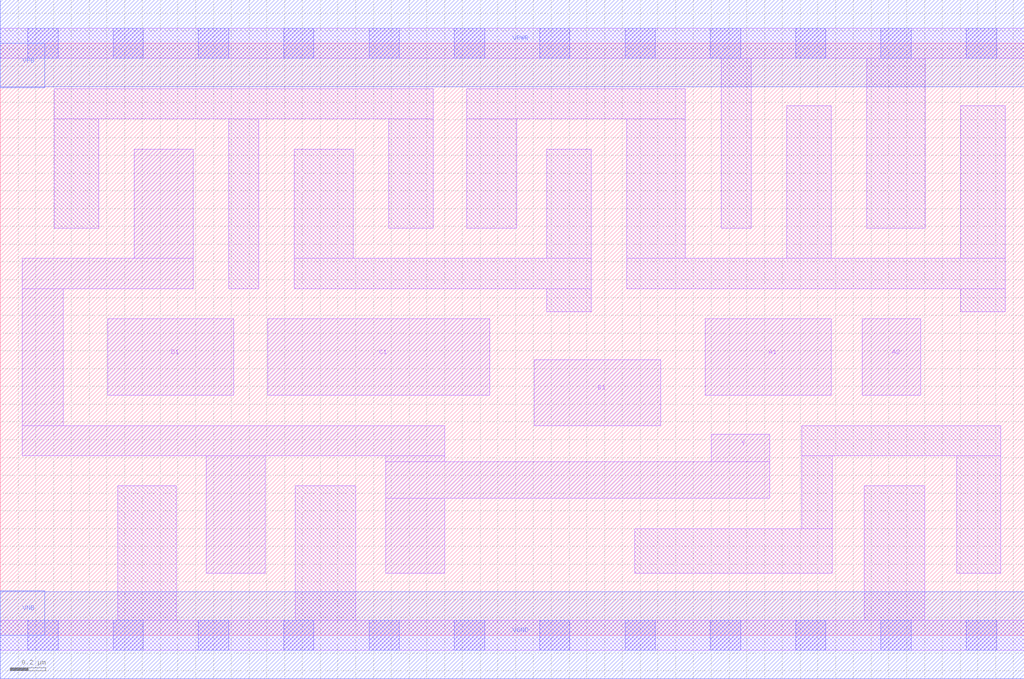
<source format=lef>
# Copyright 2020 The SkyWater PDK Authors
#
# Licensed under the Apache License, Version 2.0 (the "License");
# you may not use this file except in compliance with the License.
# You may obtain a copy of the License at
#
#     https://www.apache.org/licenses/LICENSE-2.0
#
# Unless required by applicable law or agreed to in writing, software
# distributed under the License is distributed on an "AS IS" BASIS,
# WITHOUT WARRANTIES OR CONDITIONS OF ANY KIND, either express or implied.
# See the License for the specific language governing permissions and
# limitations under the License.
#
# SPDX-License-Identifier: Apache-2.0

VERSION 5.5 ;
NAMESCASESENSITIVE ON ;
BUSBITCHARS "[]" ;
DIVIDERCHAR "/" ;
MACRO sky130_fd_sc_hs__a2111oi_2
  CLASS CORE ;
  SOURCE USER ;
  ORIGIN  0.000000  0.000000 ;
  SIZE  5.760000 BY  3.330000 ;
  SYMMETRY X Y ;
  SITE unit ;
  PIN A1
    ANTENNAGATEAREA  0.558000 ;
    DIRECTION INPUT ;
    USE SIGNAL ;
    PORT
      LAYER li1 ;
        RECT 3.965000 1.350000 4.675000 1.780000 ;
    END
  END A1
  PIN A2
    ANTENNAGATEAREA  0.558000 ;
    DIRECTION INPUT ;
    USE SIGNAL ;
    PORT
      LAYER li1 ;
        RECT 4.850000 1.350000 5.180000 1.780000 ;
    END
  END A2
  PIN B1
    ANTENNAGATEAREA  0.447000 ;
    DIRECTION INPUT ;
    USE SIGNAL ;
    PORT
      LAYER li1 ;
        RECT 3.005000 1.180000 3.715000 1.550000 ;
    END
  END B1
  PIN C1
    ANTENNAGATEAREA  0.447000 ;
    DIRECTION INPUT ;
    USE SIGNAL ;
    PORT
      LAYER li1 ;
        RECT 1.505000 1.350000 2.755000 1.780000 ;
    END
  END C1
  PIN D1
    ANTENNAGATEAREA  0.447000 ;
    DIRECTION INPUT ;
    USE SIGNAL ;
    PORT
      LAYER li1 ;
        RECT 0.605000 1.350000 1.315000 1.780000 ;
    END
  END D1
  PIN Y
    ANTENNADIFFAREA  1.027900 ;
    DIRECTION OUTPUT ;
    USE SIGNAL ;
    PORT
      LAYER li1 ;
        RECT 0.125000 1.010000 2.500000 1.180000 ;
        RECT 0.125000 1.180000 0.355000 1.950000 ;
        RECT 0.125000 1.950000 1.085000 2.120000 ;
        RECT 0.755000 2.120000 1.085000 2.735000 ;
        RECT 1.160000 0.350000 1.490000 1.010000 ;
        RECT 2.170000 0.350000 2.500000 0.770000 ;
        RECT 2.170000 0.770000 4.330000 0.975000 ;
        RECT 2.170000 0.975000 2.500000 1.010000 ;
        RECT 4.000000 0.975000 4.330000 1.130000 ;
    END
  END Y
  PIN VGND
    DIRECTION INOUT ;
    USE GROUND ;
    PORT
      LAYER met1 ;
        RECT 0.000000 -0.245000 5.760000 0.245000 ;
    END
  END VGND
  PIN VNB
    DIRECTION INOUT ;
    USE GROUND ;
    PORT
      LAYER met1 ;
        RECT 0.000000 0.000000 0.250000 0.250000 ;
    END
  END VNB
  PIN VPB
    DIRECTION INOUT ;
    USE POWER ;
    PORT
      LAYER met1 ;
        RECT 0.000000 3.080000 0.250000 3.330000 ;
    END
  END VPB
  PIN VPWR
    DIRECTION INOUT ;
    USE POWER ;
    PORT
      LAYER met1 ;
        RECT 0.000000 3.085000 5.760000 3.575000 ;
    END
  END VPWR
  OBS
    LAYER li1 ;
      RECT 0.000000 -0.085000 5.760000 0.085000 ;
      RECT 0.000000  3.245000 5.760000 3.415000 ;
      RECT 0.305000  2.290000 0.555000 2.905000 ;
      RECT 0.305000  2.905000 2.435000 3.075000 ;
      RECT 0.660000  0.085000 0.990000 0.840000 ;
      RECT 1.285000  1.950000 1.455000 2.905000 ;
      RECT 1.655000  1.950000 3.325000 2.120000 ;
      RECT 1.655000  2.120000 1.985000 2.735000 ;
      RECT 1.660000  0.085000 2.000000 0.840000 ;
      RECT 2.185000  2.290000 2.435000 2.905000 ;
      RECT 2.625000  2.290000 2.905000 2.905000 ;
      RECT 2.625000  2.905000 3.855000 3.075000 ;
      RECT 3.075000  1.820000 3.325000 1.950000 ;
      RECT 3.075000  2.120000 3.325000 2.735000 ;
      RECT 3.525000  1.950000 5.655000 2.120000 ;
      RECT 3.525000  2.120000 3.855000 2.905000 ;
      RECT 3.570000  0.350000 4.680000 0.600000 ;
      RECT 4.055000  2.290000 4.225000 3.245000 ;
      RECT 4.425000  2.120000 4.675000 2.980000 ;
      RECT 4.510000  0.600000 4.680000 1.010000 ;
      RECT 4.510000  1.010000 5.630000 1.180000 ;
      RECT 4.860000  0.085000 5.200000 0.840000 ;
      RECT 4.875000  2.290000 5.205000 3.245000 ;
      RECT 5.380000  0.350000 5.630000 1.010000 ;
      RECT 5.405000  1.820000 5.655000 1.950000 ;
      RECT 5.405000  2.120000 5.655000 2.980000 ;
    LAYER mcon ;
      RECT 0.155000 -0.085000 0.325000 0.085000 ;
      RECT 0.155000  3.245000 0.325000 3.415000 ;
      RECT 0.635000 -0.085000 0.805000 0.085000 ;
      RECT 0.635000  3.245000 0.805000 3.415000 ;
      RECT 1.115000 -0.085000 1.285000 0.085000 ;
      RECT 1.115000  3.245000 1.285000 3.415000 ;
      RECT 1.595000 -0.085000 1.765000 0.085000 ;
      RECT 1.595000  3.245000 1.765000 3.415000 ;
      RECT 2.075000 -0.085000 2.245000 0.085000 ;
      RECT 2.075000  3.245000 2.245000 3.415000 ;
      RECT 2.555000 -0.085000 2.725000 0.085000 ;
      RECT 2.555000  3.245000 2.725000 3.415000 ;
      RECT 3.035000 -0.085000 3.205000 0.085000 ;
      RECT 3.035000  3.245000 3.205000 3.415000 ;
      RECT 3.515000 -0.085000 3.685000 0.085000 ;
      RECT 3.515000  3.245000 3.685000 3.415000 ;
      RECT 3.995000 -0.085000 4.165000 0.085000 ;
      RECT 3.995000  3.245000 4.165000 3.415000 ;
      RECT 4.475000 -0.085000 4.645000 0.085000 ;
      RECT 4.475000  3.245000 4.645000 3.415000 ;
      RECT 4.955000 -0.085000 5.125000 0.085000 ;
      RECT 4.955000  3.245000 5.125000 3.415000 ;
      RECT 5.435000 -0.085000 5.605000 0.085000 ;
      RECT 5.435000  3.245000 5.605000 3.415000 ;
  END
END sky130_fd_sc_hs__a2111oi_2
END LIBRARY

</source>
